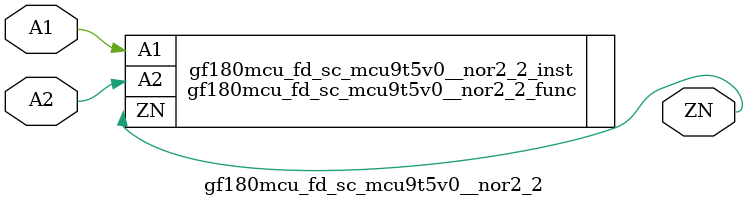
<source format=v>

module gf180mcu_fd_sc_mcu9t5v0__nor2_2( A2, ZN, A1 );
input A1, A2;
output ZN;

   `ifdef FUNCTIONAL  //  functional //

	gf180mcu_fd_sc_mcu9t5v0__nor2_2_func gf180mcu_fd_sc_mcu9t5v0__nor2_2_behav_inst(.A2(A2),.ZN(ZN),.A1(A1));

   `else

	gf180mcu_fd_sc_mcu9t5v0__nor2_2_func gf180mcu_fd_sc_mcu9t5v0__nor2_2_inst(.A2(A2),.ZN(ZN),.A1(A1));

	// spec_gates_begin


	// spec_gates_end



   specify

	// specify_block_begin

	// comb arc A1 --> ZN
	 (A1 => ZN) = (1.0,1.0);

	// comb arc A2 --> ZN
	 (A2 => ZN) = (1.0,1.0);

	// specify_block_end

   endspecify

   `endif

endmodule

</source>
